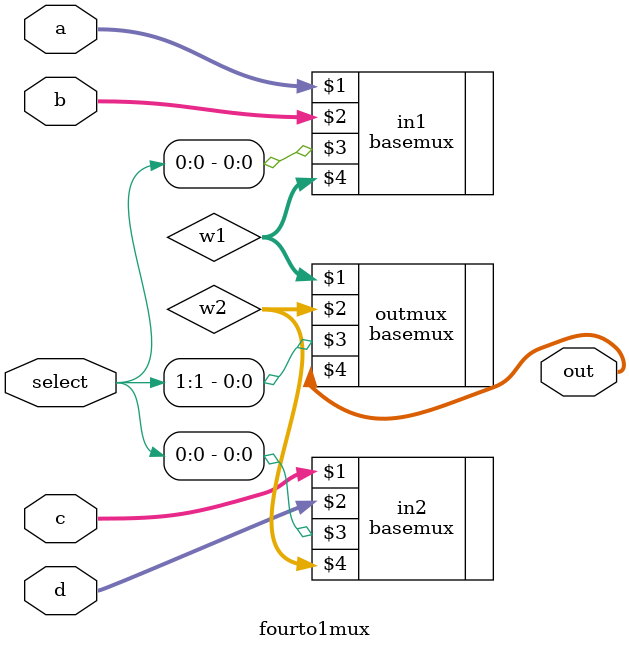
<source format=v>
`include "basemux.v"

module fourto1mux(a, b, c, d, select, out);
input [1:0] select;
input [31:0] a, b, c, d;
output [31:0] out;

wire [31:0] w1;
wire [31:0] w2;

basemux in1(a, b, select[0], w1);
basemux in2(c, d, select[0], w2);

basemux outmux(w1, w2, select[1], out);

endmodule
</source>
